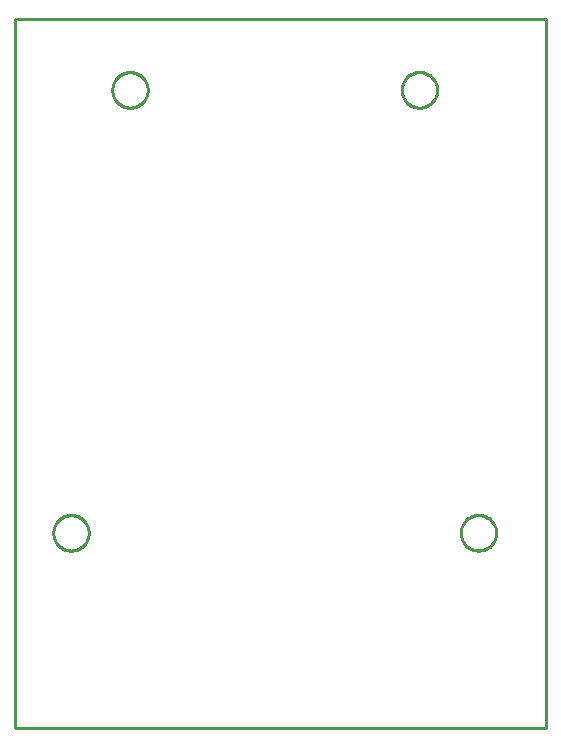
<source format=gbr>
G04 EAGLE Gerber RS-274X export*
G75*
%MOMM*%
%FSLAX34Y34*%
%LPD*%
%IN*%
%IPPOS*%
%AMOC8*
5,1,8,0,0,1.08239X$1,22.5*%
G01*
%ADD10C,0.254000*%


D10*
X0Y0D02*
X450000Y0D01*
X450000Y600000D01*
X0Y600000D01*
X0Y0D01*
X62500Y164464D02*
X62424Y163396D01*
X62271Y162335D01*
X62043Y161288D01*
X61741Y160260D01*
X61367Y159256D01*
X60922Y158281D01*
X60408Y157341D01*
X59829Y156440D01*
X59187Y155582D01*
X58485Y154772D01*
X57728Y154015D01*
X56918Y153313D01*
X56060Y152671D01*
X55159Y152092D01*
X54219Y151578D01*
X53244Y151133D01*
X52240Y150759D01*
X51212Y150457D01*
X50165Y150229D01*
X49104Y150076D01*
X48036Y150000D01*
X46964Y150000D01*
X45896Y150076D01*
X44835Y150229D01*
X43788Y150457D01*
X42760Y150759D01*
X41756Y151133D01*
X40781Y151578D01*
X39841Y152092D01*
X38940Y152671D01*
X38082Y153313D01*
X37272Y154015D01*
X36515Y154772D01*
X35813Y155582D01*
X35171Y156440D01*
X34592Y157341D01*
X34078Y158281D01*
X33633Y159256D01*
X33259Y160260D01*
X32957Y161288D01*
X32729Y162335D01*
X32576Y163396D01*
X32500Y164464D01*
X32500Y165536D01*
X32576Y166604D01*
X32729Y167665D01*
X32957Y168712D01*
X33259Y169740D01*
X33633Y170744D01*
X34078Y171719D01*
X34592Y172659D01*
X35171Y173560D01*
X35813Y174418D01*
X36515Y175228D01*
X37272Y175985D01*
X38082Y176687D01*
X38940Y177329D01*
X39841Y177908D01*
X40781Y178422D01*
X41756Y178867D01*
X42760Y179241D01*
X43788Y179543D01*
X44835Y179771D01*
X45896Y179924D01*
X46964Y180000D01*
X48036Y180000D01*
X49104Y179924D01*
X50165Y179771D01*
X51212Y179543D01*
X52240Y179241D01*
X53244Y178867D01*
X54219Y178422D01*
X55159Y177908D01*
X56060Y177329D01*
X56918Y176687D01*
X57728Y175985D01*
X58485Y175228D01*
X59187Y174418D01*
X59829Y173560D01*
X60408Y172659D01*
X60922Y171719D01*
X61367Y170744D01*
X61741Y169740D01*
X62043Y168712D01*
X62271Y167665D01*
X62424Y166604D01*
X62500Y165536D01*
X62500Y164464D01*
X407500Y164464D02*
X407424Y163396D01*
X407271Y162335D01*
X407043Y161288D01*
X406741Y160260D01*
X406367Y159256D01*
X405922Y158281D01*
X405408Y157341D01*
X404829Y156440D01*
X404187Y155582D01*
X403485Y154772D01*
X402728Y154015D01*
X401918Y153313D01*
X401060Y152671D01*
X400159Y152092D01*
X399219Y151578D01*
X398244Y151133D01*
X397240Y150759D01*
X396212Y150457D01*
X395165Y150229D01*
X394104Y150076D01*
X393036Y150000D01*
X391964Y150000D01*
X390896Y150076D01*
X389835Y150229D01*
X388788Y150457D01*
X387760Y150759D01*
X386756Y151133D01*
X385781Y151578D01*
X384841Y152092D01*
X383940Y152671D01*
X383082Y153313D01*
X382272Y154015D01*
X381515Y154772D01*
X380813Y155582D01*
X380171Y156440D01*
X379592Y157341D01*
X379078Y158281D01*
X378633Y159256D01*
X378259Y160260D01*
X377957Y161288D01*
X377729Y162335D01*
X377576Y163396D01*
X377500Y164464D01*
X377500Y165536D01*
X377576Y166604D01*
X377729Y167665D01*
X377957Y168712D01*
X378259Y169740D01*
X378633Y170744D01*
X379078Y171719D01*
X379592Y172659D01*
X380171Y173560D01*
X380813Y174418D01*
X381515Y175228D01*
X382272Y175985D01*
X383082Y176687D01*
X383940Y177329D01*
X384841Y177908D01*
X385781Y178422D01*
X386756Y178867D01*
X387760Y179241D01*
X388788Y179543D01*
X389835Y179771D01*
X390896Y179924D01*
X391964Y180000D01*
X393036Y180000D01*
X394104Y179924D01*
X395165Y179771D01*
X396212Y179543D01*
X397240Y179241D01*
X398244Y178867D01*
X399219Y178422D01*
X400159Y177908D01*
X401060Y177329D01*
X401918Y176687D01*
X402728Y175985D01*
X403485Y175228D01*
X404187Y174418D01*
X404829Y173560D01*
X405408Y172659D01*
X405922Y171719D01*
X406367Y170744D01*
X406741Y169740D01*
X407043Y168712D01*
X407271Y167665D01*
X407424Y166604D01*
X407500Y165536D01*
X407500Y164464D01*
X357500Y539464D02*
X357424Y538396D01*
X357271Y537335D01*
X357043Y536288D01*
X356741Y535260D01*
X356367Y534256D01*
X355922Y533281D01*
X355408Y532341D01*
X354829Y531440D01*
X354187Y530582D01*
X353485Y529772D01*
X352728Y529015D01*
X351918Y528313D01*
X351060Y527671D01*
X350159Y527092D01*
X349219Y526578D01*
X348244Y526133D01*
X347240Y525759D01*
X346212Y525457D01*
X345165Y525229D01*
X344104Y525076D01*
X343036Y525000D01*
X341964Y525000D01*
X340896Y525076D01*
X339835Y525229D01*
X338788Y525457D01*
X337760Y525759D01*
X336756Y526133D01*
X335781Y526578D01*
X334841Y527092D01*
X333940Y527671D01*
X333082Y528313D01*
X332272Y529015D01*
X331515Y529772D01*
X330813Y530582D01*
X330171Y531440D01*
X329592Y532341D01*
X329078Y533281D01*
X328633Y534256D01*
X328259Y535260D01*
X327957Y536288D01*
X327729Y537335D01*
X327576Y538396D01*
X327500Y539464D01*
X327500Y540536D01*
X327576Y541604D01*
X327729Y542665D01*
X327957Y543712D01*
X328259Y544740D01*
X328633Y545744D01*
X329078Y546719D01*
X329592Y547659D01*
X330171Y548560D01*
X330813Y549418D01*
X331515Y550228D01*
X332272Y550985D01*
X333082Y551687D01*
X333940Y552329D01*
X334841Y552908D01*
X335781Y553422D01*
X336756Y553867D01*
X337760Y554241D01*
X338788Y554543D01*
X339835Y554771D01*
X340896Y554924D01*
X341964Y555000D01*
X343036Y555000D01*
X344104Y554924D01*
X345165Y554771D01*
X346212Y554543D01*
X347240Y554241D01*
X348244Y553867D01*
X349219Y553422D01*
X350159Y552908D01*
X351060Y552329D01*
X351918Y551687D01*
X352728Y550985D01*
X353485Y550228D01*
X354187Y549418D01*
X354829Y548560D01*
X355408Y547659D01*
X355922Y546719D01*
X356367Y545744D01*
X356741Y544740D01*
X357043Y543712D01*
X357271Y542665D01*
X357424Y541604D01*
X357500Y540536D01*
X357500Y539464D01*
X112500Y539464D02*
X112424Y538396D01*
X112271Y537335D01*
X112043Y536288D01*
X111741Y535260D01*
X111367Y534256D01*
X110922Y533281D01*
X110408Y532341D01*
X109829Y531440D01*
X109187Y530582D01*
X108485Y529772D01*
X107728Y529015D01*
X106918Y528313D01*
X106060Y527671D01*
X105159Y527092D01*
X104219Y526578D01*
X103244Y526133D01*
X102240Y525759D01*
X101212Y525457D01*
X100165Y525229D01*
X99104Y525076D01*
X98036Y525000D01*
X96964Y525000D01*
X95896Y525076D01*
X94835Y525229D01*
X93788Y525457D01*
X92760Y525759D01*
X91756Y526133D01*
X90781Y526578D01*
X89841Y527092D01*
X88940Y527671D01*
X88082Y528313D01*
X87272Y529015D01*
X86515Y529772D01*
X85813Y530582D01*
X85171Y531440D01*
X84592Y532341D01*
X84078Y533281D01*
X83633Y534256D01*
X83259Y535260D01*
X82957Y536288D01*
X82729Y537335D01*
X82576Y538396D01*
X82500Y539464D01*
X82500Y540536D01*
X82576Y541604D01*
X82729Y542665D01*
X82957Y543712D01*
X83259Y544740D01*
X83633Y545744D01*
X84078Y546719D01*
X84592Y547659D01*
X85171Y548560D01*
X85813Y549418D01*
X86515Y550228D01*
X87272Y550985D01*
X88082Y551687D01*
X88940Y552329D01*
X89841Y552908D01*
X90781Y553422D01*
X91756Y553867D01*
X92760Y554241D01*
X93788Y554543D01*
X94835Y554771D01*
X95896Y554924D01*
X96964Y555000D01*
X98036Y555000D01*
X99104Y554924D01*
X100165Y554771D01*
X101212Y554543D01*
X102240Y554241D01*
X103244Y553867D01*
X104219Y553422D01*
X105159Y552908D01*
X106060Y552329D01*
X106918Y551687D01*
X107728Y550985D01*
X108485Y550228D01*
X109187Y549418D01*
X109829Y548560D01*
X110408Y547659D01*
X110922Y546719D01*
X111367Y545744D01*
X111741Y544740D01*
X112043Y543712D01*
X112271Y542665D01*
X112424Y541604D01*
X112500Y540536D01*
X112500Y539464D01*
M02*

</source>
